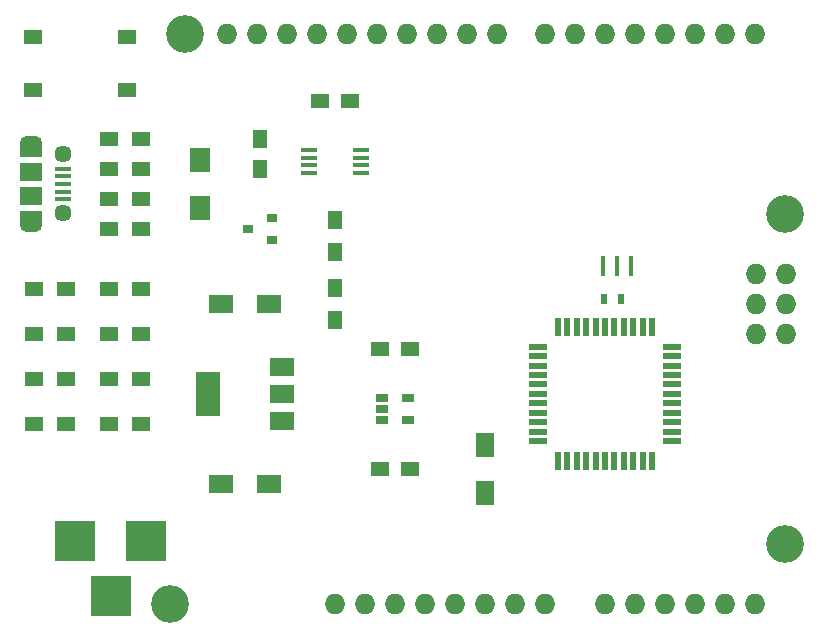
<source format=gbr>
G04 #@! TF.FileFunction,Soldermask,Top*
%FSLAX46Y46*%
G04 Gerber Fmt 4.6, Leading zero omitted, Abs format (unit mm)*
G04 Created by KiCad (PCBNEW 4.0.7) date 09/05/18 22:20:03*
%MOMM*%
%LPD*%
G01*
G04 APERTURE LIST*
%ADD10C,0.100000*%
%ADD11R,1.550000X1.300000*%
%ADD12R,0.400000X1.800000*%
%ADD13R,1.500000X1.250000*%
%ADD14R,1.250000X1.500000*%
%ADD15R,2.000000X1.600000*%
%ADD16R,3.500000X3.500000*%
%ADD17R,0.900000X0.800000*%
%ADD18R,1.500000X1.300000*%
%ADD19R,1.060000X0.650000*%
%ADD20R,1.450000X0.450000*%
%ADD21R,1.500000X0.550000*%
%ADD22R,0.550000X1.500000*%
%ADD23R,1.900000X1.500000*%
%ADD24C,1.450000*%
%ADD25R,1.350000X0.400000*%
%ADD26O,1.900000X1.200000*%
%ADD27R,1.900000X1.200000*%
%ADD28O,1.727200X1.727200*%
%ADD29C,3.200000*%
%ADD30R,2.000000X3.800000*%
%ADD31R,2.000000X1.500000*%
%ADD32R,1.700000X2.000000*%
%ADD33R,1.300000X1.500000*%
%ADD34R,0.500000X0.900000*%
%ADD35R,1.600000X2.000000*%
G04 APERTURE END LIST*
D10*
D11*
X109050000Y-83530000D03*
X109050000Y-79030000D03*
X117010000Y-79030000D03*
X117010000Y-83530000D03*
D12*
X157296000Y-98425000D03*
X158496000Y-98425000D03*
X159696000Y-98425000D03*
D13*
X138450000Y-105410000D03*
X140950000Y-105410000D03*
D14*
X128270000Y-87650000D03*
X128270000Y-90150000D03*
D15*
X129000000Y-116840000D03*
X125000000Y-116840000D03*
D13*
X135870000Y-84455000D03*
X133370000Y-84455000D03*
X140950000Y-115570000D03*
X138450000Y-115570000D03*
D15*
X125000000Y-101600000D03*
X129000000Y-101600000D03*
D16*
X118618000Y-121666000D03*
X112618000Y-121666000D03*
X115618000Y-126366000D03*
D17*
X129270000Y-96200000D03*
X129270000Y-94300000D03*
X127270000Y-95250000D03*
D18*
X118190000Y-95250000D03*
X115490000Y-95250000D03*
X118190000Y-87630000D03*
X115490000Y-87630000D03*
D19*
X138600000Y-109540000D03*
X138600000Y-110490000D03*
X138600000Y-111440000D03*
X140800000Y-111440000D03*
X140800000Y-109540000D03*
D20*
X132420000Y-88560000D03*
X132420000Y-89210000D03*
X132420000Y-89860000D03*
X132420000Y-90510000D03*
X136820000Y-90510000D03*
X136820000Y-89860000D03*
X136820000Y-89210000D03*
X136820000Y-88560000D03*
D21*
X163180000Y-113220000D03*
X163180000Y-112420000D03*
X163180000Y-111620000D03*
X163180000Y-110820000D03*
X163180000Y-110020000D03*
X163180000Y-109220000D03*
X163180000Y-108420000D03*
X163180000Y-107620000D03*
X163180000Y-106820000D03*
X163180000Y-106020000D03*
X163180000Y-105220000D03*
D22*
X161480000Y-103520000D03*
X160680000Y-103520000D03*
X159880000Y-103520000D03*
X159080000Y-103520000D03*
X158280000Y-103520000D03*
X157480000Y-103520000D03*
X156680000Y-103520000D03*
X155880000Y-103520000D03*
X155080000Y-103520000D03*
X154280000Y-103520000D03*
X153480000Y-103520000D03*
D21*
X151780000Y-105220000D03*
X151780000Y-106020000D03*
X151780000Y-106820000D03*
X151780000Y-107620000D03*
X151780000Y-108420000D03*
X151780000Y-109220000D03*
X151780000Y-110020000D03*
X151780000Y-110820000D03*
X151780000Y-111620000D03*
X151780000Y-112420000D03*
X151780000Y-113220000D03*
D22*
X153480000Y-114920000D03*
X154280000Y-114920000D03*
X155080000Y-114920000D03*
X155880000Y-114920000D03*
X156680000Y-114920000D03*
X157480000Y-114920000D03*
X158280000Y-114920000D03*
X159080000Y-114920000D03*
X159880000Y-114920000D03*
X160680000Y-114920000D03*
X161480000Y-114920000D03*
D23*
X108870000Y-92440000D03*
D24*
X111570000Y-88940000D03*
D25*
X111570000Y-90790000D03*
X111570000Y-90140000D03*
X111570000Y-92740000D03*
X111570000Y-92090000D03*
X111570000Y-91440000D03*
D24*
X111570000Y-93940000D03*
D23*
X108870000Y-90440000D03*
D26*
X108870000Y-87940000D03*
X108870000Y-94940000D03*
D27*
X108870000Y-94340000D03*
X108870000Y-88540000D03*
D28*
X170307000Y-104140000D03*
X172847000Y-104140000D03*
X172847000Y-101600000D03*
X170307000Y-101600000D03*
X172847000Y-99060000D03*
X157480000Y-127000000D03*
X152400000Y-127000000D03*
X149860000Y-127000000D03*
X147320000Y-127000000D03*
X144780000Y-127000000D03*
X142240000Y-127000000D03*
X139700000Y-127000000D03*
X137160000Y-127000000D03*
X170180000Y-78740000D03*
X167640000Y-78740000D03*
X165100000Y-78740000D03*
X162560000Y-78740000D03*
X160020000Y-78740000D03*
X157480000Y-78740000D03*
X154940000Y-78740000D03*
X152400000Y-78740000D03*
X133096000Y-78740000D03*
X148336000Y-78740000D03*
X145796000Y-78740000D03*
X143256000Y-78740000D03*
D29*
X172720000Y-121920000D03*
X172720000Y-93980000D03*
X121920000Y-78740000D03*
X120650000Y-127000000D03*
D28*
X125476000Y-78740000D03*
X128016000Y-78740000D03*
X130556000Y-78740000D03*
X135636000Y-78740000D03*
X138176000Y-78740000D03*
X140716000Y-78740000D03*
X134620000Y-127000000D03*
X160020000Y-127000000D03*
X162560000Y-127000000D03*
X165100000Y-127000000D03*
X167640000Y-127000000D03*
X170180000Y-127000000D03*
X170307000Y-99060000D03*
D30*
X123850000Y-109220000D03*
D31*
X130150000Y-109220000D03*
X130150000Y-106920000D03*
X130150000Y-111520000D03*
D18*
X111840000Y-111760000D03*
X109140000Y-111760000D03*
X111840000Y-100330000D03*
X109140000Y-100330000D03*
X111840000Y-104140000D03*
X109140000Y-104140000D03*
X111840000Y-107950000D03*
X109140000Y-107950000D03*
D32*
X123190000Y-93440000D03*
X123190000Y-89440000D03*
D33*
X134620000Y-100250000D03*
X134620000Y-102950000D03*
X134620000Y-94535000D03*
X134620000Y-97235000D03*
D18*
X115490000Y-111760000D03*
X118190000Y-111760000D03*
X118190000Y-92710000D03*
X115490000Y-92710000D03*
X118190000Y-90170000D03*
X115490000Y-90170000D03*
X118190000Y-100330000D03*
X115490000Y-100330000D03*
X118190000Y-104140000D03*
X115490000Y-104140000D03*
X115490000Y-107950000D03*
X118190000Y-107950000D03*
D34*
X158865000Y-101219000D03*
X157365000Y-101219000D03*
D35*
X147320000Y-113570000D03*
X147320000Y-117570000D03*
M02*

</source>
